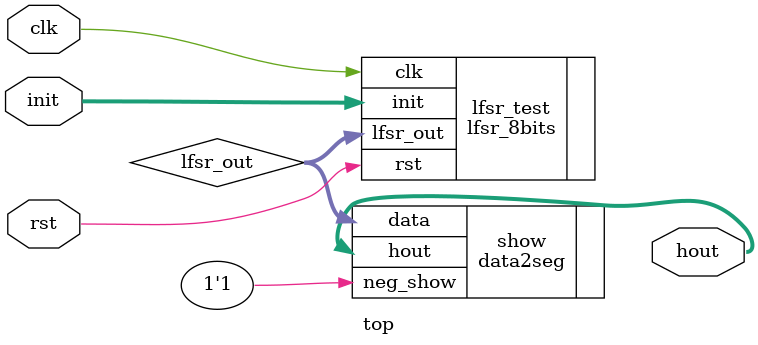
<source format=v>
module top(
    input clk,
    input rst,
    input [7:0] init,
    output [6:0] hout
);
    wire [7:0] lfsr_out;
    lfsr_8bits lfsr_test(
    .clk(clk),
    .rst(rst),
    .init(init),
    .lfsr_out(lfsr_out));

    data2seg show(.data(lfsr_out),
    .neg_show(1'b1),
    .hout(hout));

endmodule

</source>
